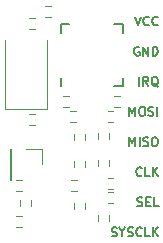
<source format=gto>
G04 #@! TF.FileFunction,Legend,Top*
%FSLAX46Y46*%
G04 Gerber Fmt 4.6, Leading zero omitted, Abs format (unit mm)*
G04 Created by KiCad (PCBNEW 4.0.5+dfsg1-4) date Sun Oct 15 17:49:37 2017*
%MOMM*%
%LPD*%
G01*
G04 APERTURE LIST*
%ADD10C,0.100000*%
%ADD11C,0.150000*%
%ADD12C,0.120000*%
G04 APERTURE END LIST*
D10*
D11*
X165314572Y-97085286D02*
X165564572Y-97835286D01*
X165814572Y-97085286D01*
X166493143Y-97763857D02*
X166457429Y-97799571D01*
X166350286Y-97835286D01*
X166278857Y-97835286D01*
X166171714Y-97799571D01*
X166100286Y-97728143D01*
X166064571Y-97656714D01*
X166028857Y-97513857D01*
X166028857Y-97406714D01*
X166064571Y-97263857D01*
X166100286Y-97192429D01*
X166171714Y-97121000D01*
X166278857Y-97085286D01*
X166350286Y-97085286D01*
X166457429Y-97121000D01*
X166493143Y-97156714D01*
X167243143Y-97763857D02*
X167207429Y-97799571D01*
X167100286Y-97835286D01*
X167028857Y-97835286D01*
X166921714Y-97799571D01*
X166850286Y-97728143D01*
X166814571Y-97656714D01*
X166778857Y-97513857D01*
X166778857Y-97406714D01*
X166814571Y-97263857D01*
X166850286Y-97192429D01*
X166921714Y-97121000D01*
X167028857Y-97085286D01*
X167100286Y-97085286D01*
X167207429Y-97121000D01*
X167243143Y-97156714D01*
X165671715Y-99671000D02*
X165600286Y-99635286D01*
X165493143Y-99635286D01*
X165386000Y-99671000D01*
X165314572Y-99742429D01*
X165278857Y-99813857D01*
X165243143Y-99956714D01*
X165243143Y-100063857D01*
X165278857Y-100206714D01*
X165314572Y-100278143D01*
X165386000Y-100349571D01*
X165493143Y-100385286D01*
X165564572Y-100385286D01*
X165671715Y-100349571D01*
X165707429Y-100313857D01*
X165707429Y-100063857D01*
X165564572Y-100063857D01*
X166028857Y-100385286D02*
X166028857Y-99635286D01*
X166457429Y-100385286D01*
X166457429Y-99635286D01*
X166814571Y-100385286D02*
X166814571Y-99635286D01*
X166993143Y-99635286D01*
X167100286Y-99671000D01*
X167171714Y-99742429D01*
X167207429Y-99813857D01*
X167243143Y-99956714D01*
X167243143Y-100063857D01*
X167207429Y-100206714D01*
X167171714Y-100278143D01*
X167100286Y-100349571D01*
X166993143Y-100385286D01*
X166814571Y-100385286D01*
X165671714Y-102935286D02*
X165671714Y-102185286D01*
X166457429Y-102935286D02*
X166207429Y-102578143D01*
X166028857Y-102935286D02*
X166028857Y-102185286D01*
X166314572Y-102185286D01*
X166386000Y-102221000D01*
X166421715Y-102256714D01*
X166457429Y-102328143D01*
X166457429Y-102435286D01*
X166421715Y-102506714D01*
X166386000Y-102542429D01*
X166314572Y-102578143D01*
X166028857Y-102578143D01*
X167278857Y-103006714D02*
X167207429Y-102971000D01*
X167136000Y-102899571D01*
X167028857Y-102792429D01*
X166957429Y-102756714D01*
X166886000Y-102756714D01*
X166921715Y-102935286D02*
X166850286Y-102899571D01*
X166778857Y-102828143D01*
X166743143Y-102685286D01*
X166743143Y-102435286D01*
X166778857Y-102292429D01*
X166850286Y-102221000D01*
X166921715Y-102185286D01*
X167064572Y-102185286D01*
X167136000Y-102221000D01*
X167207429Y-102292429D01*
X167243143Y-102435286D01*
X167243143Y-102685286D01*
X167207429Y-102828143D01*
X167136000Y-102899571D01*
X167064572Y-102935286D01*
X166921715Y-102935286D01*
X164850285Y-105485286D02*
X164850285Y-104735286D01*
X165100285Y-105271000D01*
X165350285Y-104735286D01*
X165350285Y-105485286D01*
X165850286Y-104735286D02*
X165993143Y-104735286D01*
X166064571Y-104771000D01*
X166136000Y-104842429D01*
X166171714Y-104985286D01*
X166171714Y-105235286D01*
X166136000Y-105378143D01*
X166064571Y-105449571D01*
X165993143Y-105485286D01*
X165850286Y-105485286D01*
X165778857Y-105449571D01*
X165707428Y-105378143D01*
X165671714Y-105235286D01*
X165671714Y-104985286D01*
X165707428Y-104842429D01*
X165778857Y-104771000D01*
X165850286Y-104735286D01*
X166457428Y-105449571D02*
X166564571Y-105485286D01*
X166743142Y-105485286D01*
X166814571Y-105449571D01*
X166850285Y-105413857D01*
X166886000Y-105342429D01*
X166886000Y-105271000D01*
X166850285Y-105199571D01*
X166814571Y-105163857D01*
X166743142Y-105128143D01*
X166600285Y-105092429D01*
X166528857Y-105056714D01*
X166493142Y-105021000D01*
X166457428Y-104949571D01*
X166457428Y-104878143D01*
X166493142Y-104806714D01*
X166528857Y-104771000D01*
X166600285Y-104735286D01*
X166778857Y-104735286D01*
X166886000Y-104771000D01*
X167207428Y-105485286D02*
X167207428Y-104735286D01*
X164850285Y-108035286D02*
X164850285Y-107285286D01*
X165100285Y-107821000D01*
X165350285Y-107285286D01*
X165350285Y-108035286D01*
X165707428Y-108035286D02*
X165707428Y-107285286D01*
X166028857Y-107999571D02*
X166136000Y-108035286D01*
X166314571Y-108035286D01*
X166386000Y-107999571D01*
X166421714Y-107963857D01*
X166457429Y-107892429D01*
X166457429Y-107821000D01*
X166421714Y-107749571D01*
X166386000Y-107713857D01*
X166314571Y-107678143D01*
X166171714Y-107642429D01*
X166100286Y-107606714D01*
X166064571Y-107571000D01*
X166028857Y-107499571D01*
X166028857Y-107428143D01*
X166064571Y-107356714D01*
X166100286Y-107321000D01*
X166171714Y-107285286D01*
X166350286Y-107285286D01*
X166457429Y-107321000D01*
X166921715Y-107285286D02*
X167064572Y-107285286D01*
X167136000Y-107321000D01*
X167207429Y-107392429D01*
X167243143Y-107535286D01*
X167243143Y-107785286D01*
X167207429Y-107928143D01*
X167136000Y-107999571D01*
X167064572Y-108035286D01*
X166921715Y-108035286D01*
X166850286Y-107999571D01*
X166778857Y-107928143D01*
X166743143Y-107785286D01*
X166743143Y-107535286D01*
X166778857Y-107392429D01*
X166850286Y-107321000D01*
X166921715Y-107285286D01*
X165886000Y-110513857D02*
X165850286Y-110549571D01*
X165743143Y-110585286D01*
X165671714Y-110585286D01*
X165564571Y-110549571D01*
X165493143Y-110478143D01*
X165457428Y-110406714D01*
X165421714Y-110263857D01*
X165421714Y-110156714D01*
X165457428Y-110013857D01*
X165493143Y-109942429D01*
X165564571Y-109871000D01*
X165671714Y-109835286D01*
X165743143Y-109835286D01*
X165850286Y-109871000D01*
X165886000Y-109906714D01*
X166564571Y-110585286D02*
X166207428Y-110585286D01*
X166207428Y-109835286D01*
X166814571Y-110585286D02*
X166814571Y-109835286D01*
X167243143Y-110585286D02*
X166921714Y-110156714D01*
X167243143Y-109835286D02*
X166814571Y-110263857D01*
X165528857Y-113099571D02*
X165636000Y-113135286D01*
X165814571Y-113135286D01*
X165886000Y-113099571D01*
X165921714Y-113063857D01*
X165957429Y-112992429D01*
X165957429Y-112921000D01*
X165921714Y-112849571D01*
X165886000Y-112813857D01*
X165814571Y-112778143D01*
X165671714Y-112742429D01*
X165600286Y-112706714D01*
X165564571Y-112671000D01*
X165528857Y-112599571D01*
X165528857Y-112528143D01*
X165564571Y-112456714D01*
X165600286Y-112421000D01*
X165671714Y-112385286D01*
X165850286Y-112385286D01*
X165957429Y-112421000D01*
X166278857Y-112742429D02*
X166528857Y-112742429D01*
X166636000Y-113135286D02*
X166278857Y-113135286D01*
X166278857Y-112385286D01*
X166636000Y-112385286D01*
X167314571Y-113135286D02*
X166957428Y-113135286D01*
X166957428Y-112385286D01*
X163350285Y-115649571D02*
X163457428Y-115685286D01*
X163635999Y-115685286D01*
X163707428Y-115649571D01*
X163743142Y-115613857D01*
X163778857Y-115542429D01*
X163778857Y-115471000D01*
X163743142Y-115399571D01*
X163707428Y-115363857D01*
X163635999Y-115328143D01*
X163493142Y-115292429D01*
X163421714Y-115256714D01*
X163385999Y-115221000D01*
X163350285Y-115149571D01*
X163350285Y-115078143D01*
X163385999Y-115006714D01*
X163421714Y-114971000D01*
X163493142Y-114935286D01*
X163671714Y-114935286D01*
X163778857Y-114971000D01*
X164243143Y-115328143D02*
X164243143Y-115685286D01*
X163993143Y-114935286D02*
X164243143Y-115328143D01*
X164493143Y-114935286D01*
X164707428Y-115649571D02*
X164814571Y-115685286D01*
X164993142Y-115685286D01*
X165064571Y-115649571D01*
X165100285Y-115613857D01*
X165136000Y-115542429D01*
X165136000Y-115471000D01*
X165100285Y-115399571D01*
X165064571Y-115363857D01*
X164993142Y-115328143D01*
X164850285Y-115292429D01*
X164778857Y-115256714D01*
X164743142Y-115221000D01*
X164707428Y-115149571D01*
X164707428Y-115078143D01*
X164743142Y-115006714D01*
X164778857Y-114971000D01*
X164850285Y-114935286D01*
X165028857Y-114935286D01*
X165136000Y-114971000D01*
X165886000Y-115613857D02*
X165850286Y-115649571D01*
X165743143Y-115685286D01*
X165671714Y-115685286D01*
X165564571Y-115649571D01*
X165493143Y-115578143D01*
X165457428Y-115506714D01*
X165421714Y-115363857D01*
X165421714Y-115256714D01*
X165457428Y-115113857D01*
X165493143Y-115042429D01*
X165564571Y-114971000D01*
X165671714Y-114935286D01*
X165743143Y-114935286D01*
X165850286Y-114971000D01*
X165886000Y-115006714D01*
X166564571Y-115685286D02*
X166207428Y-115685286D01*
X166207428Y-114935286D01*
X166814571Y-115685286D02*
X166814571Y-114935286D01*
X167243143Y-115685286D02*
X166921714Y-115256714D01*
X167243143Y-114935286D02*
X166814571Y-115363857D01*
D12*
X154753000Y-108271000D02*
X154753000Y-110931000D01*
X154813000Y-108271000D02*
X154753000Y-108271000D01*
X154813000Y-110931000D02*
X154753000Y-110931000D01*
X154813000Y-108271000D02*
X154813000Y-110931000D01*
X156083000Y-108271000D02*
X157413000Y-108271000D01*
X157413000Y-108271000D02*
X157413000Y-109601000D01*
X155774200Y-110908999D02*
X155274200Y-110908999D01*
X155274200Y-111848999D02*
X155774200Y-111848999D01*
X155274200Y-114897000D02*
X155774200Y-114897000D01*
X155774200Y-113957000D02*
X155274200Y-113957000D01*
X163157000Y-114423000D02*
X163157000Y-113923000D01*
X162217000Y-113923000D02*
X162217000Y-114423000D01*
X160371600Y-110908999D02*
X159871600Y-110908999D01*
X159871600Y-111848999D02*
X160371600Y-111848999D01*
X162995800Y-111722000D02*
X163495800Y-111722000D01*
X163495800Y-110782000D02*
X162995800Y-110782000D01*
X161125000Y-107565000D02*
X161125000Y-107065000D01*
X160185000Y-107065000D02*
X160185000Y-107565000D01*
X163157001Y-107438000D02*
X163157001Y-106938000D01*
X162217001Y-106938000D02*
X162217001Y-107438000D01*
X159762001Y-103797000D02*
X159262001Y-103797000D01*
X159262001Y-104737000D02*
X159762001Y-104737000D01*
X163580000Y-104737000D02*
X164080000Y-104737000D01*
X164080000Y-103797000D02*
X163580000Y-103797000D01*
X155613000Y-112653000D02*
X155613000Y-113153000D01*
X156553000Y-113153000D02*
X156553000Y-112653000D01*
X161125000Y-113407000D02*
X161125000Y-112907000D01*
X160185000Y-112907000D02*
X160185000Y-113407000D01*
X162995800Y-112865000D02*
X163495800Y-112865000D01*
X163495800Y-111925000D02*
X162995800Y-111925000D01*
X161125000Y-109851000D02*
X161125000Y-109351000D01*
X160185000Y-109351000D02*
X160185000Y-109851000D01*
X163157001Y-109724000D02*
X163157001Y-109224000D01*
X162217001Y-109224000D02*
X162217001Y-109724000D01*
X160346200Y-105067000D02*
X159846200Y-105067000D01*
X159846200Y-106007000D02*
X160346200Y-106007000D01*
X162995799Y-106007000D02*
X163495799Y-106007000D01*
X163495799Y-105067000D02*
X162995799Y-105067000D01*
D11*
X159022000Y-97742000D02*
X159772000Y-97742000D01*
X164272000Y-102992000D02*
X163522000Y-102992000D01*
X164272000Y-97742000D02*
X163522000Y-97742000D01*
X159022000Y-102992000D02*
X159022000Y-102242000D01*
X164272000Y-102992000D02*
X164272000Y-102242000D01*
X164272000Y-97742000D02*
X164272000Y-98492000D01*
X159022000Y-97742000D02*
X159022000Y-98492000D01*
D12*
X154283000Y-99027000D02*
X154283000Y-104927000D01*
X154283000Y-104927000D02*
X157883000Y-104927000D01*
X157883000Y-104927000D02*
X157883000Y-99027000D01*
X156383000Y-106261000D02*
X156883000Y-106261000D01*
X156883000Y-105321000D02*
X156383000Y-105321000D01*
X156341000Y-98133000D02*
X156841000Y-98133000D01*
X156841000Y-97193000D02*
X156341000Y-97193000D01*
X157738000Y-97117000D02*
X158238000Y-97117000D01*
X158238000Y-96177000D02*
X157738000Y-96177000D01*
D11*
M02*

</source>
